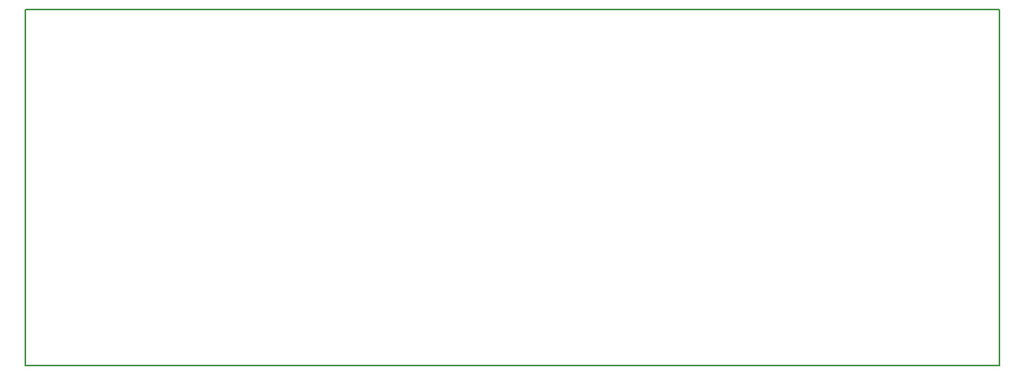
<source format=gbr>
G04 DipTrace 2.4.0.2*
%INBoardOutline.gbr*%
%MOIN*%
%ADD11C,0.0055*%
%FSLAX44Y44*%
G04*
G70*
G90*
G75*
G01*
%LNBoardOutline*%
%LPD*%
X3940Y3940D2*
D11*
X44940D1*
Y18940D1*
X3940D1*
Y3940D1*
M02*

</source>
